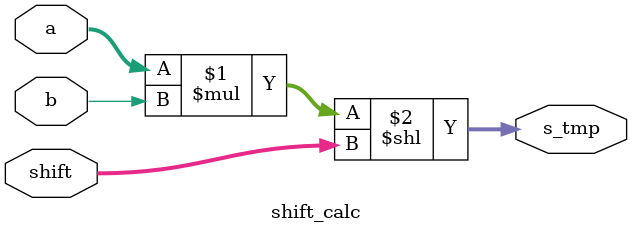
<source format=v>

module shift_add_multi_4bit(clk, n_rst, a, b, out);

input clk;
input n_rst;

input [3:0] a;
input [3:0] b;

output reg [7:0] out;

reg [7:0] sum;  // Register sum(temp) declaration.

// temp wires.

wire [7:0] tmp0;
wire [7:0] tmp1;
wire [7:0] tmp2;
wire [7:0] tmp3;


// Flip flop declaration part.
always @(posedge clk or negedge n_rst) begin
    if (!n_rst) begin
        out <= 8'b0;
    end

    else begin
        out <= sum;
    end
end

shift_calc inst_sc1(.a(a), .b(b[0]), .shift(2'b00), .s_tmp(tmp0));
shift_calc inst_sc2(.a(a), .b(b[1]), .shift(2'b01), .s_tmp(tmp1));
shift_calc inst_sc3(.a(a), .b(b[2]), .shift(2'b10), .s_tmp(tmp2));
shift_calc inst_sc4(.a(a), .b(b[3]), .shift(2'b11), .s_tmp(tmp3));
// temp file sum assignment 
assign sum = tmp0 + tmp1 + tmp2 + tmp3;

endmodule


module shift_calc(a, b, shift, s_tmp);

input [3:0] a;
input b;
input [1:0] shift;  // instance에서 몇 번 shift하는지가 binary number로 0~3까지 하니까 
                    // 각각 2'b00, 2'b01, 2'b10, 2'b11이므로 shift_calc module에서 input shift에 2bit 메모리 할당.

output [7:0] s_tmp; // shift temp.

// module shift_calc s_tmp assignment.
assign s_tmp = (a * b) << shift;

endmodule
</source>
